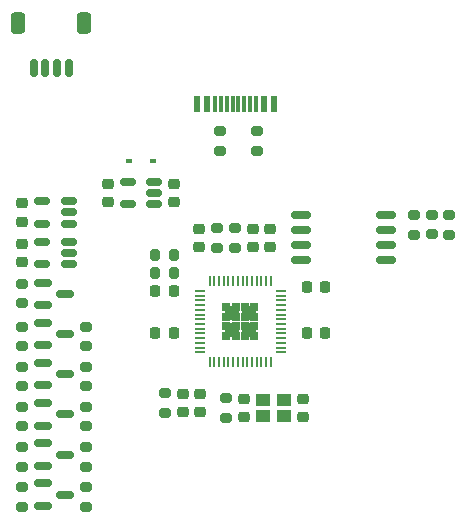
<source format=gbp>
G04 #@! TF.GenerationSoftware,KiCad,Pcbnew,9.0.0*
G04 #@! TF.CreationDate,2025-04-02T18:41:46+03:00*
G04 #@! TF.ProjectId,bbq20_keyboard,62627132-305f-46b6-9579-626f6172642e,2*
G04 #@! TF.SameCoordinates,Original*
G04 #@! TF.FileFunction,Paste,Bot*
G04 #@! TF.FilePolarity,Positive*
%FSLAX46Y46*%
G04 Gerber Fmt 4.6, Leading zero omitted, Abs format (unit mm)*
G04 Created by KiCad (PCBNEW 9.0.0) date 2025-04-02 18:41:46*
%MOMM*%
%LPD*%
G01*
G04 APERTURE LIST*
G04 Aperture macros list*
%AMRoundRect*
0 Rectangle with rounded corners*
0 $1 Rounding radius*
0 $2 $3 $4 $5 $6 $7 $8 $9 X,Y pos of 4 corners*
0 Add a 4 corners polygon primitive as box body*
4,1,4,$2,$3,$4,$5,$6,$7,$8,$9,$2,$3,0*
0 Add four circle primitives for the rounded corners*
1,1,$1+$1,$2,$3*
1,1,$1+$1,$4,$5*
1,1,$1+$1,$6,$7*
1,1,$1+$1,$8,$9*
0 Add four rect primitives between the rounded corners*
20,1,$1+$1,$2,$3,$4,$5,0*
20,1,$1+$1,$4,$5,$6,$7,0*
20,1,$1+$1,$6,$7,$8,$9,0*
20,1,$1+$1,$8,$9,$2,$3,0*%
G04 Aperture macros list end*
%ADD10RoundRect,0.200000X0.275000X-0.200000X0.275000X0.200000X-0.275000X0.200000X-0.275000X-0.200000X0*%
%ADD11RoundRect,0.225000X-0.250000X0.225000X-0.250000X-0.225000X0.250000X-0.225000X0.250000X0.225000X0*%
%ADD12RoundRect,0.200000X-0.275000X0.200000X-0.275000X-0.200000X0.275000X-0.200000X0.275000X0.200000X0*%
%ADD13RoundRect,0.150000X-0.587500X-0.150000X0.587500X-0.150000X0.587500X0.150000X-0.587500X0.150000X0*%
%ADD14RoundRect,0.200000X-0.200000X-0.275000X0.200000X-0.275000X0.200000X0.275000X-0.200000X0.275000X0*%
%ADD15RoundRect,0.225000X0.250000X-0.225000X0.250000X0.225000X-0.250000X0.225000X-0.250000X-0.225000X0*%
%ADD16RoundRect,0.225000X-0.225000X-0.250000X0.225000X-0.250000X0.225000X0.250000X-0.225000X0.250000X0*%
%ADD17RoundRect,0.150000X0.712500X0.150000X-0.712500X0.150000X-0.712500X-0.150000X0.712500X-0.150000X0*%
%ADD18RoundRect,0.250000X0.315000X0.315000X-0.315000X0.315000X-0.315000X-0.315000X0.315000X-0.315000X0*%
%ADD19O,0.875000X0.200000*%
%ADD20O,0.200000X0.875000*%
%ADD21R,0.800000X0.800000*%
%ADD22RoundRect,0.200000X0.200000X0.275000X-0.200000X0.275000X-0.200000X-0.275000X0.200000X-0.275000X0*%
%ADD23RoundRect,0.150000X0.512500X0.150000X-0.512500X0.150000X-0.512500X-0.150000X0.512500X-0.150000X0*%
%ADD24RoundRect,0.150000X-0.150000X-0.625000X0.150000X-0.625000X0.150000X0.625000X-0.150000X0.625000X0*%
%ADD25RoundRect,0.250000X-0.350000X-0.650000X0.350000X-0.650000X0.350000X0.650000X-0.350000X0.650000X0*%
%ADD26R,0.600000X0.450000*%
%ADD27RoundRect,0.225000X0.225000X0.250000X-0.225000X0.250000X-0.225000X-0.250000X0.225000X-0.250000X0*%
%ADD28R,0.600000X1.450000*%
%ADD29R,0.300000X1.450000*%
%ADD30R,1.150000X1.000000*%
G04 APERTURE END LIST*
D10*
G04 #@! TO.C,R5*
X146250002Y-90325000D03*
X146250002Y-88675000D03*
G04 #@! TD*
D11*
G04 #@! TO.C,C15*
X129750000Y-86575000D03*
X129750000Y-88125000D03*
G04 #@! TD*
D12*
G04 #@! TO.C,R11*
X129737500Y-100425001D03*
X129737500Y-102075001D03*
G04 #@! TD*
G04 #@! TO.C,R21*
X165900000Y-87575000D03*
X165900000Y-89225000D03*
G04 #@! TD*
D13*
G04 #@! TO.C,Q4*
X131500000Y-95200000D03*
X131500000Y-93300000D03*
X133375000Y-94250000D03*
G04 #@! TD*
D12*
G04 #@! TO.C,R15*
X129737500Y-107225000D03*
X129737500Y-108875000D03*
G04 #@! TD*
D13*
G04 #@! TO.C,Q3*
X131500000Y-105400001D03*
X131500000Y-103500001D03*
X133375000Y-104450001D03*
G04 #@! TD*
D10*
G04 #@! TO.C,R17*
X135137500Y-112275001D03*
X135137500Y-110625001D03*
G04 #@! TD*
D14*
G04 #@! TO.C,R19*
X140975000Y-92500000D03*
X142625000Y-92500000D03*
G04 #@! TD*
D15*
G04 #@! TO.C,C8*
X150750002Y-90275000D03*
X150750002Y-88725000D03*
G04 #@! TD*
D11*
G04 #@! TO.C,C10*
X142600000Y-84925000D03*
X142600000Y-86475000D03*
G04 #@! TD*
D13*
G04 #@! TO.C,Q1*
X131500000Y-98600000D03*
X131500000Y-96700000D03*
X133375000Y-97650000D03*
G04 #@! TD*
D15*
G04 #@! TO.C,C12*
X153500000Y-104675000D03*
X153500000Y-103125000D03*
G04 #@! TD*
D16*
G04 #@! TO.C,C2*
X153825000Y-97600000D03*
X155375000Y-97600000D03*
G04 #@! TD*
D10*
G04 #@! TO.C,R16*
X129737500Y-95050001D03*
X129737500Y-93400001D03*
G04 #@! TD*
D13*
G04 #@! TO.C,Q5*
X131500000Y-108800001D03*
X131500000Y-106900001D03*
X133375000Y-107850001D03*
G04 #@! TD*
D17*
G04 #@! TO.C,U3*
X160536250Y-87590000D03*
X160536250Y-88860000D03*
X160536250Y-90130000D03*
X160536250Y-91400000D03*
X153311250Y-91400000D03*
X153311250Y-90130000D03*
X153311250Y-88860000D03*
X153311250Y-87590000D03*
G04 #@! TD*
D18*
G04 #@! TO.C,U1*
X148900000Y-97300000D03*
X148900000Y-95900000D03*
X147500000Y-97300000D03*
X147500000Y-95900000D03*
D19*
X151637500Y-94000000D03*
X151637500Y-94400000D03*
X151637500Y-94800000D03*
X151637500Y-95200000D03*
X151637500Y-95600000D03*
X151637500Y-96000000D03*
X151637500Y-96400000D03*
X151637500Y-96800000D03*
X151637500Y-97200000D03*
X151637500Y-97600000D03*
X151637500Y-98000000D03*
X151637500Y-98400000D03*
X151637500Y-98800000D03*
X151637500Y-99200000D03*
D20*
X150800000Y-100037500D03*
X150400000Y-100037500D03*
X150000000Y-100037500D03*
X149600000Y-100037500D03*
X149200000Y-100037500D03*
X148800000Y-100037500D03*
X148400000Y-100037500D03*
X148000000Y-100037500D03*
X147600000Y-100037500D03*
X147200000Y-100037500D03*
X146800000Y-100037500D03*
X146400000Y-100037500D03*
X146000000Y-100037500D03*
X145600000Y-100037500D03*
D19*
X144762500Y-99200000D03*
X144762500Y-98800000D03*
X144762500Y-98400000D03*
X144762500Y-98000000D03*
X144762500Y-97600000D03*
X144762500Y-97200000D03*
X144762500Y-96800000D03*
X144762500Y-96400000D03*
X144762500Y-96000000D03*
X144762500Y-95600000D03*
X144762500Y-95200000D03*
X144762500Y-94800000D03*
X144762500Y-94400000D03*
X144762500Y-94000000D03*
D20*
X145600000Y-93162500D03*
X146000000Y-93162500D03*
X146400000Y-93162500D03*
X146800000Y-93162500D03*
X147200000Y-93162500D03*
X147600000Y-93162500D03*
X148000000Y-93162500D03*
X148400000Y-93162500D03*
X148800000Y-93162500D03*
X149200000Y-93162500D03*
X149600000Y-93162500D03*
X150000000Y-93162500D03*
X150400000Y-93162500D03*
X150800000Y-93162500D03*
D21*
X149400000Y-97800000D03*
X149400000Y-97000000D03*
X149400000Y-96200000D03*
X149400000Y-95400000D03*
X148600000Y-97800000D03*
X148600000Y-97000000D03*
X148600000Y-96200000D03*
X148600000Y-95400000D03*
X147800000Y-97800000D03*
X147800000Y-97000000D03*
X147800000Y-96200000D03*
X147800000Y-95400000D03*
X147000000Y-97800000D03*
X147000000Y-97000000D03*
X147000000Y-96200000D03*
X147000000Y-95400000D03*
G04 #@! TD*
D11*
G04 #@! TO.C,C13*
X148500000Y-103124999D03*
X148500000Y-104674999D03*
G04 #@! TD*
D10*
G04 #@! TO.C,R8*
X135137500Y-98675000D03*
X135137500Y-97025000D03*
G04 #@! TD*
D22*
G04 #@! TO.C,R20*
X142625000Y-91000000D03*
X140975000Y-91000000D03*
G04 #@! TD*
D12*
G04 #@! TO.C,R22*
X147000000Y-103075000D03*
X147000000Y-104725000D03*
G04 #@! TD*
D11*
G04 #@! TO.C,C7*
X143324999Y-102725481D03*
X143324999Y-104275481D03*
G04 #@! TD*
D12*
G04 #@! TO.C,R18*
X129737500Y-110625001D03*
X129737500Y-112275001D03*
G04 #@! TD*
D23*
G04 #@! TO.C,U5*
X133687500Y-89850000D03*
X133687500Y-90800000D03*
X133687500Y-91750000D03*
X131412500Y-91750000D03*
X131412500Y-89850000D03*
G04 #@! TD*
D10*
G04 #@! TO.C,R12*
X135137500Y-105475001D03*
X135137500Y-103825001D03*
G04 #@! TD*
D11*
G04 #@! TO.C,C3*
X144824999Y-102725481D03*
X144824999Y-104275481D03*
G04 #@! TD*
D23*
G04 #@! TO.C,U2*
X140937500Y-84750000D03*
X140937500Y-85700000D03*
X140937500Y-86650000D03*
X138662500Y-86650000D03*
X138662500Y-84750000D03*
G04 #@! TD*
D10*
G04 #@! TO.C,R4*
X141824999Y-104325481D03*
X141824999Y-102675481D03*
G04 #@! TD*
D16*
G04 #@! TO.C,C1*
X153825000Y-93700000D03*
X155375000Y-93700000D03*
G04 #@! TD*
D24*
G04 #@! TO.C,J1*
X130700000Y-75150000D03*
X131700000Y-75150000D03*
X132700000Y-75150000D03*
X133700000Y-75150000D03*
D25*
X129400000Y-71275000D03*
X135000000Y-71275000D03*
G04 #@! TD*
D10*
G04 #@! TO.C,R6*
X147750000Y-90325000D03*
X147750000Y-88675000D03*
G04 #@! TD*
D15*
G04 #@! TO.C,C11*
X136962499Y-86475000D03*
X136962499Y-84925000D03*
G04 #@! TD*
D10*
G04 #@! TO.C,R7*
X162900000Y-89225000D03*
X162900000Y-87575000D03*
G04 #@! TD*
D26*
G04 #@! TO.C,D1*
X140850000Y-83000000D03*
X138750000Y-83000000D03*
G04 #@! TD*
D15*
G04 #@! TO.C,C6*
X149250002Y-90275000D03*
X149250002Y-88725000D03*
G04 #@! TD*
D27*
G04 #@! TO.C,C4*
X142575000Y-97600000D03*
X141025000Y-97600000D03*
G04 #@! TD*
D11*
G04 #@! TO.C,C14*
X129750000Y-90025000D03*
X129750000Y-91575000D03*
G04 #@! TD*
D10*
G04 #@! TO.C,R1*
X146500000Y-82125000D03*
X146500000Y-80475000D03*
G04 #@! TD*
D28*
G04 #@! TO.C,J3*
X144550000Y-78145000D03*
X145350000Y-78145000D03*
D29*
X146550000Y-78145000D03*
X147550000Y-78145000D03*
X148050000Y-78145000D03*
X149050000Y-78145000D03*
D28*
X150250000Y-78145000D03*
X151050000Y-78145000D03*
X151050000Y-78145000D03*
X150250000Y-78145000D03*
D29*
X149550000Y-78145000D03*
X148550000Y-78145000D03*
X147050000Y-78145000D03*
X146050000Y-78145000D03*
D28*
X145350000Y-78145000D03*
X144550000Y-78145000D03*
G04 #@! TD*
D30*
G04 #@! TO.C,Y1*
X150125000Y-103200000D03*
X151875000Y-103200000D03*
X151875000Y-104600000D03*
X150125000Y-104600000D03*
G04 #@! TD*
D13*
G04 #@! TO.C,Q2*
X131500000Y-102000001D03*
X131500000Y-100100001D03*
X133375000Y-101050001D03*
G04 #@! TD*
D12*
G04 #@! TO.C,R13*
X129737500Y-103825001D03*
X129737500Y-105475001D03*
G04 #@! TD*
D10*
G04 #@! TO.C,R14*
X135137500Y-108875000D03*
X135137500Y-107225000D03*
G04 #@! TD*
G04 #@! TO.C,R2*
X149600000Y-82125000D03*
X149600000Y-80475000D03*
G04 #@! TD*
G04 #@! TO.C,R3*
X164400000Y-89220000D03*
X164400000Y-87570000D03*
G04 #@! TD*
D27*
G04 #@! TO.C,C5*
X142575000Y-94000000D03*
X141025000Y-94000000D03*
G04 #@! TD*
D13*
G04 #@! TO.C,Q6*
X131500000Y-112200001D03*
X131500000Y-110300001D03*
X133375000Y-111250001D03*
G04 #@! TD*
D23*
G04 #@! TO.C,U6*
X133687500Y-86400000D03*
X133687500Y-87350000D03*
X133687500Y-88300000D03*
X131412500Y-88300000D03*
X131412500Y-86400000D03*
G04 #@! TD*
D15*
G04 #@! TO.C,C9*
X144750002Y-90275000D03*
X144750002Y-88725000D03*
G04 #@! TD*
D10*
G04 #@! TO.C,R10*
X135137500Y-102075001D03*
X135137500Y-100425001D03*
G04 #@! TD*
D12*
G04 #@! TO.C,R9*
X129737500Y-97025000D03*
X129737500Y-98675000D03*
G04 #@! TD*
M02*

</source>
